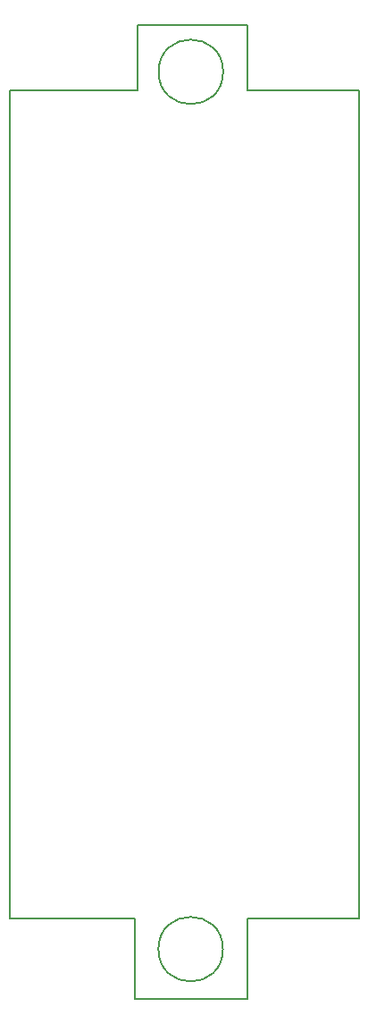
<source format=gbr>
G04 #@! TF.GenerationSoftware,KiCad,Pcbnew,6.0.0-rc1-unknown-2086226~66~ubuntu18.04.1*
G04 #@! TF.CreationDate,2018-11-28T13:28:41-06:00*
G04 #@! TF.ProjectId,liger,6c696765-722e-46b6-9963-61645f706362,rev?*
G04 #@! TF.SameCoordinates,Original*
G04 #@! TF.FileFunction,Profile,NP*
%FSLAX46Y46*%
G04 Gerber Fmt 4.6, Leading zero omitted, Abs format (unit mm)*
G04 Created by KiCad (PCBNEW 6.0.0-rc1-unknown-2086226~66~ubuntu18.04.1) date Wed 28 Nov 2018 01:28:41 PM CST*
%MOMM*%
%LPD*%
G01*
G04 APERTURE LIST*
%ADD10C,0.150000*%
G04 APERTURE END LIST*
D10*
X130500000Y-49225000D02*
X130500000Y-127600000D01*
X150723028Y-130513302D02*
G75*
G03X150723028Y-130513302I-3058565J0D01*
G01*
X153018028Y-43775302D02*
X153018028Y-43013302D01*
X142604028Y-43775302D02*
X142604028Y-43013302D01*
X142350028Y-127595302D02*
X142350028Y-135215302D01*
X142350028Y-135215302D02*
X153018028Y-135215302D01*
X163625000Y-127600000D02*
X163625000Y-49250000D01*
X153018028Y-135215302D02*
X153018028Y-127595302D01*
X142604028Y-43775302D02*
X142604028Y-49236302D01*
X153018028Y-43013302D02*
X142604028Y-43013302D01*
X153018028Y-49236302D02*
X153018028Y-43775302D01*
X163625000Y-49250000D02*
X153018028Y-49236302D01*
X153018028Y-127595302D02*
X163625000Y-127600000D01*
X130500000Y-127600000D02*
X142350028Y-127595302D01*
X130500000Y-49225000D02*
X142604028Y-49236302D01*
X150742593Y-47458302D02*
G75*
G03X150742593Y-47458302I-3058565J0D01*
G01*
M02*

</source>
